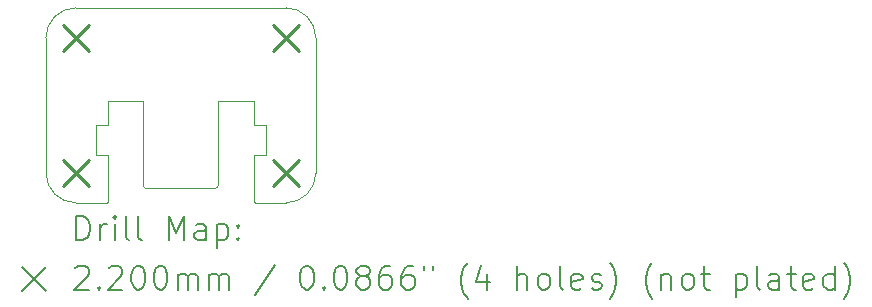
<source format=gbr>
%TF.GenerationSoftware,KiCad,Pcbnew,8.0.3*%
%TF.CreationDate,2025-02-02T16:59:29+13:00*%
%TF.ProjectId,wii-nunchuk-pcb,7769692d-6e75-46e6-9368-756b2d706362,rev?*%
%TF.SameCoordinates,Original*%
%TF.FileFunction,Drillmap*%
%TF.FilePolarity,Positive*%
%FSLAX45Y45*%
G04 Gerber Fmt 4.5, Leading zero omitted, Abs format (unit mm)*
G04 Created by KiCad (PCBNEW 8.0.3) date 2025-02-02 16:59:29*
%MOMM*%
%LPD*%
G01*
G04 APERTURE LIST*
%ADD10C,0.050000*%
%ADD11C,0.200000*%
%ADD12C,0.220000*%
G04 APERTURE END LIST*
D10*
X9006105Y-5831105D02*
X9006105Y-6974105D01*
X9260105Y-7228105D02*
X9387105Y-7228105D01*
X9260105Y-5577105D02*
X9260105Y-5577105D01*
X11038105Y-5577105D02*
X9260105Y-5577105D01*
X11038105Y-5577105D02*
G75*
G02*
X11292115Y-5831105I5J-254005D01*
G01*
X9006105Y-5831105D02*
G75*
G02*
X9260105Y-5577105I254000J0D01*
G01*
X9260105Y-7228105D02*
G75*
G02*
X9006115Y-6974105I5J253995D01*
G01*
X11292105Y-6974105D02*
X11292105Y-5831105D01*
X10911105Y-7228105D02*
X11038105Y-7228105D01*
X11292105Y-6974105D02*
G75*
G02*
X11038105Y-7228105I-253995J-5D01*
G01*
X9431605Y-6570105D02*
X9431605Y-6824105D01*
X9431605Y-6570105D02*
X9531605Y-6570105D01*
X9514105Y-7228105D02*
X9387105Y-7228105D01*
X9531605Y-6370105D02*
X9531605Y-6570105D01*
X9531605Y-6370105D02*
X9831605Y-6370105D01*
X9531605Y-6824105D02*
X9431605Y-6824105D01*
X9531605Y-6824105D02*
X9531605Y-7224105D01*
X9531605Y-7224105D02*
X9514105Y-7228105D01*
X9831605Y-6370105D02*
X9831605Y-7083325D01*
X9854465Y-7106185D02*
X10441205Y-7106185D01*
X10466605Y-6370105D02*
X10466605Y-7080785D01*
X10466605Y-6370105D02*
X10766605Y-6370105D01*
X10766605Y-6370105D02*
X10766605Y-6570105D01*
X10766605Y-6824105D02*
X10766605Y-7224105D01*
X10766605Y-7224105D02*
X10784105Y-7228105D01*
X10784105Y-7228105D02*
X10784105Y-7228105D01*
X10784105Y-7228105D02*
X10784105Y-7228105D01*
X10784105Y-7228105D02*
X10911105Y-7228105D01*
X10866605Y-6570105D02*
X10766605Y-6570105D01*
X10866605Y-6570105D02*
X10866605Y-6824105D01*
X10866605Y-6824105D02*
X10766605Y-6824105D01*
X9854465Y-7106185D02*
G75*
G02*
X9831605Y-7083325I0J22860D01*
G01*
X10466605Y-7080785D02*
G75*
G02*
X10441205Y-7106185I-25400J0D01*
G01*
D11*
D12*
X9150105Y-5721105D02*
X9370105Y-5941105D01*
X9370105Y-5721105D02*
X9150105Y-5941105D01*
X9150105Y-6864105D02*
X9370105Y-7084105D01*
X9370105Y-6864105D02*
X9150105Y-7084105D01*
X10928105Y-5721105D02*
X11148105Y-5941105D01*
X11148105Y-5721105D02*
X10928105Y-5941105D01*
X10928105Y-6864105D02*
X11148105Y-7084105D01*
X11148105Y-6864105D02*
X10928105Y-7084105D01*
D11*
X9264382Y-7542089D02*
X9264382Y-7342089D01*
X9264382Y-7342089D02*
X9312001Y-7342089D01*
X9312001Y-7342089D02*
X9340572Y-7351613D01*
X9340572Y-7351613D02*
X9359620Y-7370660D01*
X9359620Y-7370660D02*
X9369144Y-7389708D01*
X9369144Y-7389708D02*
X9378668Y-7427803D01*
X9378668Y-7427803D02*
X9378668Y-7456375D01*
X9378668Y-7456375D02*
X9369144Y-7494470D01*
X9369144Y-7494470D02*
X9359620Y-7513517D01*
X9359620Y-7513517D02*
X9340572Y-7532565D01*
X9340572Y-7532565D02*
X9312001Y-7542089D01*
X9312001Y-7542089D02*
X9264382Y-7542089D01*
X9464382Y-7542089D02*
X9464382Y-7408755D01*
X9464382Y-7446851D02*
X9473906Y-7427803D01*
X9473906Y-7427803D02*
X9483430Y-7418279D01*
X9483430Y-7418279D02*
X9502477Y-7408755D01*
X9502477Y-7408755D02*
X9521525Y-7408755D01*
X9588191Y-7542089D02*
X9588191Y-7408755D01*
X9588191Y-7342089D02*
X9578668Y-7351613D01*
X9578668Y-7351613D02*
X9588191Y-7361136D01*
X9588191Y-7361136D02*
X9597715Y-7351613D01*
X9597715Y-7351613D02*
X9588191Y-7342089D01*
X9588191Y-7342089D02*
X9588191Y-7361136D01*
X9712001Y-7542089D02*
X9692953Y-7532565D01*
X9692953Y-7532565D02*
X9683430Y-7513517D01*
X9683430Y-7513517D02*
X9683430Y-7342089D01*
X9816763Y-7542089D02*
X9797715Y-7532565D01*
X9797715Y-7532565D02*
X9788191Y-7513517D01*
X9788191Y-7513517D02*
X9788191Y-7342089D01*
X10045334Y-7542089D02*
X10045334Y-7342089D01*
X10045334Y-7342089D02*
X10112001Y-7484946D01*
X10112001Y-7484946D02*
X10178668Y-7342089D01*
X10178668Y-7342089D02*
X10178668Y-7542089D01*
X10359620Y-7542089D02*
X10359620Y-7437327D01*
X10359620Y-7437327D02*
X10350096Y-7418279D01*
X10350096Y-7418279D02*
X10331049Y-7408755D01*
X10331049Y-7408755D02*
X10292953Y-7408755D01*
X10292953Y-7408755D02*
X10273906Y-7418279D01*
X10359620Y-7532565D02*
X10340572Y-7542089D01*
X10340572Y-7542089D02*
X10292953Y-7542089D01*
X10292953Y-7542089D02*
X10273906Y-7532565D01*
X10273906Y-7532565D02*
X10264382Y-7513517D01*
X10264382Y-7513517D02*
X10264382Y-7494470D01*
X10264382Y-7494470D02*
X10273906Y-7475422D01*
X10273906Y-7475422D02*
X10292953Y-7465898D01*
X10292953Y-7465898D02*
X10340572Y-7465898D01*
X10340572Y-7465898D02*
X10359620Y-7456375D01*
X10454858Y-7408755D02*
X10454858Y-7608755D01*
X10454858Y-7418279D02*
X10473906Y-7408755D01*
X10473906Y-7408755D02*
X10512001Y-7408755D01*
X10512001Y-7408755D02*
X10531049Y-7418279D01*
X10531049Y-7418279D02*
X10540572Y-7427803D01*
X10540572Y-7427803D02*
X10550096Y-7446851D01*
X10550096Y-7446851D02*
X10550096Y-7503994D01*
X10550096Y-7503994D02*
X10540572Y-7523041D01*
X10540572Y-7523041D02*
X10531049Y-7532565D01*
X10531049Y-7532565D02*
X10512001Y-7542089D01*
X10512001Y-7542089D02*
X10473906Y-7542089D01*
X10473906Y-7542089D02*
X10454858Y-7532565D01*
X10635811Y-7523041D02*
X10645334Y-7532565D01*
X10645334Y-7532565D02*
X10635811Y-7542089D01*
X10635811Y-7542089D02*
X10626287Y-7532565D01*
X10626287Y-7532565D02*
X10635811Y-7523041D01*
X10635811Y-7523041D02*
X10635811Y-7542089D01*
X10635811Y-7418279D02*
X10645334Y-7427803D01*
X10645334Y-7427803D02*
X10635811Y-7437327D01*
X10635811Y-7437327D02*
X10626287Y-7427803D01*
X10626287Y-7427803D02*
X10635811Y-7418279D01*
X10635811Y-7418279D02*
X10635811Y-7437327D01*
X8803605Y-7770605D02*
X9003605Y-7970605D01*
X9003605Y-7770605D02*
X8803605Y-7970605D01*
X9254858Y-7781136D02*
X9264382Y-7771613D01*
X9264382Y-7771613D02*
X9283430Y-7762089D01*
X9283430Y-7762089D02*
X9331049Y-7762089D01*
X9331049Y-7762089D02*
X9350096Y-7771613D01*
X9350096Y-7771613D02*
X9359620Y-7781136D01*
X9359620Y-7781136D02*
X9369144Y-7800184D01*
X9369144Y-7800184D02*
X9369144Y-7819232D01*
X9369144Y-7819232D02*
X9359620Y-7847803D01*
X9359620Y-7847803D02*
X9245334Y-7962089D01*
X9245334Y-7962089D02*
X9369144Y-7962089D01*
X9454858Y-7943041D02*
X9464382Y-7952565D01*
X9464382Y-7952565D02*
X9454858Y-7962089D01*
X9454858Y-7962089D02*
X9445334Y-7952565D01*
X9445334Y-7952565D02*
X9454858Y-7943041D01*
X9454858Y-7943041D02*
X9454858Y-7962089D01*
X9540572Y-7781136D02*
X9550096Y-7771613D01*
X9550096Y-7771613D02*
X9569144Y-7762089D01*
X9569144Y-7762089D02*
X9616763Y-7762089D01*
X9616763Y-7762089D02*
X9635811Y-7771613D01*
X9635811Y-7771613D02*
X9645334Y-7781136D01*
X9645334Y-7781136D02*
X9654858Y-7800184D01*
X9654858Y-7800184D02*
X9654858Y-7819232D01*
X9654858Y-7819232D02*
X9645334Y-7847803D01*
X9645334Y-7847803D02*
X9531049Y-7962089D01*
X9531049Y-7962089D02*
X9654858Y-7962089D01*
X9778668Y-7762089D02*
X9797715Y-7762089D01*
X9797715Y-7762089D02*
X9816763Y-7771613D01*
X9816763Y-7771613D02*
X9826287Y-7781136D01*
X9826287Y-7781136D02*
X9835811Y-7800184D01*
X9835811Y-7800184D02*
X9845334Y-7838279D01*
X9845334Y-7838279D02*
X9845334Y-7885898D01*
X9845334Y-7885898D02*
X9835811Y-7923994D01*
X9835811Y-7923994D02*
X9826287Y-7943041D01*
X9826287Y-7943041D02*
X9816763Y-7952565D01*
X9816763Y-7952565D02*
X9797715Y-7962089D01*
X9797715Y-7962089D02*
X9778668Y-7962089D01*
X9778668Y-7962089D02*
X9759620Y-7952565D01*
X9759620Y-7952565D02*
X9750096Y-7943041D01*
X9750096Y-7943041D02*
X9740572Y-7923994D01*
X9740572Y-7923994D02*
X9731049Y-7885898D01*
X9731049Y-7885898D02*
X9731049Y-7838279D01*
X9731049Y-7838279D02*
X9740572Y-7800184D01*
X9740572Y-7800184D02*
X9750096Y-7781136D01*
X9750096Y-7781136D02*
X9759620Y-7771613D01*
X9759620Y-7771613D02*
X9778668Y-7762089D01*
X9969144Y-7762089D02*
X9988192Y-7762089D01*
X9988192Y-7762089D02*
X10007239Y-7771613D01*
X10007239Y-7771613D02*
X10016763Y-7781136D01*
X10016763Y-7781136D02*
X10026287Y-7800184D01*
X10026287Y-7800184D02*
X10035811Y-7838279D01*
X10035811Y-7838279D02*
X10035811Y-7885898D01*
X10035811Y-7885898D02*
X10026287Y-7923994D01*
X10026287Y-7923994D02*
X10016763Y-7943041D01*
X10016763Y-7943041D02*
X10007239Y-7952565D01*
X10007239Y-7952565D02*
X9988192Y-7962089D01*
X9988192Y-7962089D02*
X9969144Y-7962089D01*
X9969144Y-7962089D02*
X9950096Y-7952565D01*
X9950096Y-7952565D02*
X9940572Y-7943041D01*
X9940572Y-7943041D02*
X9931049Y-7923994D01*
X9931049Y-7923994D02*
X9921525Y-7885898D01*
X9921525Y-7885898D02*
X9921525Y-7838279D01*
X9921525Y-7838279D02*
X9931049Y-7800184D01*
X9931049Y-7800184D02*
X9940572Y-7781136D01*
X9940572Y-7781136D02*
X9950096Y-7771613D01*
X9950096Y-7771613D02*
X9969144Y-7762089D01*
X10121525Y-7962089D02*
X10121525Y-7828755D01*
X10121525Y-7847803D02*
X10131049Y-7838279D01*
X10131049Y-7838279D02*
X10150096Y-7828755D01*
X10150096Y-7828755D02*
X10178668Y-7828755D01*
X10178668Y-7828755D02*
X10197715Y-7838279D01*
X10197715Y-7838279D02*
X10207239Y-7857327D01*
X10207239Y-7857327D02*
X10207239Y-7962089D01*
X10207239Y-7857327D02*
X10216763Y-7838279D01*
X10216763Y-7838279D02*
X10235811Y-7828755D01*
X10235811Y-7828755D02*
X10264382Y-7828755D01*
X10264382Y-7828755D02*
X10283430Y-7838279D01*
X10283430Y-7838279D02*
X10292953Y-7857327D01*
X10292953Y-7857327D02*
X10292953Y-7962089D01*
X10388192Y-7962089D02*
X10388192Y-7828755D01*
X10388192Y-7847803D02*
X10397715Y-7838279D01*
X10397715Y-7838279D02*
X10416763Y-7828755D01*
X10416763Y-7828755D02*
X10445334Y-7828755D01*
X10445334Y-7828755D02*
X10464382Y-7838279D01*
X10464382Y-7838279D02*
X10473906Y-7857327D01*
X10473906Y-7857327D02*
X10473906Y-7962089D01*
X10473906Y-7857327D02*
X10483430Y-7838279D01*
X10483430Y-7838279D02*
X10502477Y-7828755D01*
X10502477Y-7828755D02*
X10531049Y-7828755D01*
X10531049Y-7828755D02*
X10550096Y-7838279D01*
X10550096Y-7838279D02*
X10559620Y-7857327D01*
X10559620Y-7857327D02*
X10559620Y-7962089D01*
X10950096Y-7752565D02*
X10778668Y-8009708D01*
X11207239Y-7762089D02*
X11226287Y-7762089D01*
X11226287Y-7762089D02*
X11245334Y-7771613D01*
X11245334Y-7771613D02*
X11254858Y-7781136D01*
X11254858Y-7781136D02*
X11264382Y-7800184D01*
X11264382Y-7800184D02*
X11273906Y-7838279D01*
X11273906Y-7838279D02*
X11273906Y-7885898D01*
X11273906Y-7885898D02*
X11264382Y-7923994D01*
X11264382Y-7923994D02*
X11254858Y-7943041D01*
X11254858Y-7943041D02*
X11245334Y-7952565D01*
X11245334Y-7952565D02*
X11226287Y-7962089D01*
X11226287Y-7962089D02*
X11207239Y-7962089D01*
X11207239Y-7962089D02*
X11188192Y-7952565D01*
X11188192Y-7952565D02*
X11178668Y-7943041D01*
X11178668Y-7943041D02*
X11169144Y-7923994D01*
X11169144Y-7923994D02*
X11159620Y-7885898D01*
X11159620Y-7885898D02*
X11159620Y-7838279D01*
X11159620Y-7838279D02*
X11169144Y-7800184D01*
X11169144Y-7800184D02*
X11178668Y-7781136D01*
X11178668Y-7781136D02*
X11188192Y-7771613D01*
X11188192Y-7771613D02*
X11207239Y-7762089D01*
X11359620Y-7943041D02*
X11369144Y-7952565D01*
X11369144Y-7952565D02*
X11359620Y-7962089D01*
X11359620Y-7962089D02*
X11350096Y-7952565D01*
X11350096Y-7952565D02*
X11359620Y-7943041D01*
X11359620Y-7943041D02*
X11359620Y-7962089D01*
X11492953Y-7762089D02*
X11512001Y-7762089D01*
X11512001Y-7762089D02*
X11531049Y-7771613D01*
X11531049Y-7771613D02*
X11540573Y-7781136D01*
X11540573Y-7781136D02*
X11550096Y-7800184D01*
X11550096Y-7800184D02*
X11559620Y-7838279D01*
X11559620Y-7838279D02*
X11559620Y-7885898D01*
X11559620Y-7885898D02*
X11550096Y-7923994D01*
X11550096Y-7923994D02*
X11540573Y-7943041D01*
X11540573Y-7943041D02*
X11531049Y-7952565D01*
X11531049Y-7952565D02*
X11512001Y-7962089D01*
X11512001Y-7962089D02*
X11492953Y-7962089D01*
X11492953Y-7962089D02*
X11473906Y-7952565D01*
X11473906Y-7952565D02*
X11464382Y-7943041D01*
X11464382Y-7943041D02*
X11454858Y-7923994D01*
X11454858Y-7923994D02*
X11445334Y-7885898D01*
X11445334Y-7885898D02*
X11445334Y-7838279D01*
X11445334Y-7838279D02*
X11454858Y-7800184D01*
X11454858Y-7800184D02*
X11464382Y-7781136D01*
X11464382Y-7781136D02*
X11473906Y-7771613D01*
X11473906Y-7771613D02*
X11492953Y-7762089D01*
X11673906Y-7847803D02*
X11654858Y-7838279D01*
X11654858Y-7838279D02*
X11645334Y-7828755D01*
X11645334Y-7828755D02*
X11635811Y-7809708D01*
X11635811Y-7809708D02*
X11635811Y-7800184D01*
X11635811Y-7800184D02*
X11645334Y-7781136D01*
X11645334Y-7781136D02*
X11654858Y-7771613D01*
X11654858Y-7771613D02*
X11673906Y-7762089D01*
X11673906Y-7762089D02*
X11712001Y-7762089D01*
X11712001Y-7762089D02*
X11731049Y-7771613D01*
X11731049Y-7771613D02*
X11740573Y-7781136D01*
X11740573Y-7781136D02*
X11750096Y-7800184D01*
X11750096Y-7800184D02*
X11750096Y-7809708D01*
X11750096Y-7809708D02*
X11740573Y-7828755D01*
X11740573Y-7828755D02*
X11731049Y-7838279D01*
X11731049Y-7838279D02*
X11712001Y-7847803D01*
X11712001Y-7847803D02*
X11673906Y-7847803D01*
X11673906Y-7847803D02*
X11654858Y-7857327D01*
X11654858Y-7857327D02*
X11645334Y-7866851D01*
X11645334Y-7866851D02*
X11635811Y-7885898D01*
X11635811Y-7885898D02*
X11635811Y-7923994D01*
X11635811Y-7923994D02*
X11645334Y-7943041D01*
X11645334Y-7943041D02*
X11654858Y-7952565D01*
X11654858Y-7952565D02*
X11673906Y-7962089D01*
X11673906Y-7962089D02*
X11712001Y-7962089D01*
X11712001Y-7962089D02*
X11731049Y-7952565D01*
X11731049Y-7952565D02*
X11740573Y-7943041D01*
X11740573Y-7943041D02*
X11750096Y-7923994D01*
X11750096Y-7923994D02*
X11750096Y-7885898D01*
X11750096Y-7885898D02*
X11740573Y-7866851D01*
X11740573Y-7866851D02*
X11731049Y-7857327D01*
X11731049Y-7857327D02*
X11712001Y-7847803D01*
X11921525Y-7762089D02*
X11883430Y-7762089D01*
X11883430Y-7762089D02*
X11864382Y-7771613D01*
X11864382Y-7771613D02*
X11854858Y-7781136D01*
X11854858Y-7781136D02*
X11835811Y-7809708D01*
X11835811Y-7809708D02*
X11826287Y-7847803D01*
X11826287Y-7847803D02*
X11826287Y-7923994D01*
X11826287Y-7923994D02*
X11835811Y-7943041D01*
X11835811Y-7943041D02*
X11845334Y-7952565D01*
X11845334Y-7952565D02*
X11864382Y-7962089D01*
X11864382Y-7962089D02*
X11902477Y-7962089D01*
X11902477Y-7962089D02*
X11921525Y-7952565D01*
X11921525Y-7952565D02*
X11931049Y-7943041D01*
X11931049Y-7943041D02*
X11940573Y-7923994D01*
X11940573Y-7923994D02*
X11940573Y-7876375D01*
X11940573Y-7876375D02*
X11931049Y-7857327D01*
X11931049Y-7857327D02*
X11921525Y-7847803D01*
X11921525Y-7847803D02*
X11902477Y-7838279D01*
X11902477Y-7838279D02*
X11864382Y-7838279D01*
X11864382Y-7838279D02*
X11845334Y-7847803D01*
X11845334Y-7847803D02*
X11835811Y-7857327D01*
X11835811Y-7857327D02*
X11826287Y-7876375D01*
X12112001Y-7762089D02*
X12073906Y-7762089D01*
X12073906Y-7762089D02*
X12054858Y-7771613D01*
X12054858Y-7771613D02*
X12045334Y-7781136D01*
X12045334Y-7781136D02*
X12026287Y-7809708D01*
X12026287Y-7809708D02*
X12016763Y-7847803D01*
X12016763Y-7847803D02*
X12016763Y-7923994D01*
X12016763Y-7923994D02*
X12026287Y-7943041D01*
X12026287Y-7943041D02*
X12035811Y-7952565D01*
X12035811Y-7952565D02*
X12054858Y-7962089D01*
X12054858Y-7962089D02*
X12092954Y-7962089D01*
X12092954Y-7962089D02*
X12112001Y-7952565D01*
X12112001Y-7952565D02*
X12121525Y-7943041D01*
X12121525Y-7943041D02*
X12131049Y-7923994D01*
X12131049Y-7923994D02*
X12131049Y-7876375D01*
X12131049Y-7876375D02*
X12121525Y-7857327D01*
X12121525Y-7857327D02*
X12112001Y-7847803D01*
X12112001Y-7847803D02*
X12092954Y-7838279D01*
X12092954Y-7838279D02*
X12054858Y-7838279D01*
X12054858Y-7838279D02*
X12035811Y-7847803D01*
X12035811Y-7847803D02*
X12026287Y-7857327D01*
X12026287Y-7857327D02*
X12016763Y-7876375D01*
X12207239Y-7762089D02*
X12207239Y-7800184D01*
X12283430Y-7762089D02*
X12283430Y-7800184D01*
X12578668Y-8038279D02*
X12569144Y-8028755D01*
X12569144Y-8028755D02*
X12550096Y-8000184D01*
X12550096Y-8000184D02*
X12540573Y-7981136D01*
X12540573Y-7981136D02*
X12531049Y-7952565D01*
X12531049Y-7952565D02*
X12521525Y-7904946D01*
X12521525Y-7904946D02*
X12521525Y-7866851D01*
X12521525Y-7866851D02*
X12531049Y-7819232D01*
X12531049Y-7819232D02*
X12540573Y-7790660D01*
X12540573Y-7790660D02*
X12550096Y-7771613D01*
X12550096Y-7771613D02*
X12569144Y-7743041D01*
X12569144Y-7743041D02*
X12578668Y-7733517D01*
X12740573Y-7828755D02*
X12740573Y-7962089D01*
X12692954Y-7752565D02*
X12645335Y-7895422D01*
X12645335Y-7895422D02*
X12769144Y-7895422D01*
X12997716Y-7962089D02*
X12997716Y-7762089D01*
X13083430Y-7962089D02*
X13083430Y-7857327D01*
X13083430Y-7857327D02*
X13073906Y-7838279D01*
X13073906Y-7838279D02*
X13054858Y-7828755D01*
X13054858Y-7828755D02*
X13026287Y-7828755D01*
X13026287Y-7828755D02*
X13007239Y-7838279D01*
X13007239Y-7838279D02*
X12997716Y-7847803D01*
X13207239Y-7962089D02*
X13188192Y-7952565D01*
X13188192Y-7952565D02*
X13178668Y-7943041D01*
X13178668Y-7943041D02*
X13169144Y-7923994D01*
X13169144Y-7923994D02*
X13169144Y-7866851D01*
X13169144Y-7866851D02*
X13178668Y-7847803D01*
X13178668Y-7847803D02*
X13188192Y-7838279D01*
X13188192Y-7838279D02*
X13207239Y-7828755D01*
X13207239Y-7828755D02*
X13235811Y-7828755D01*
X13235811Y-7828755D02*
X13254858Y-7838279D01*
X13254858Y-7838279D02*
X13264382Y-7847803D01*
X13264382Y-7847803D02*
X13273906Y-7866851D01*
X13273906Y-7866851D02*
X13273906Y-7923994D01*
X13273906Y-7923994D02*
X13264382Y-7943041D01*
X13264382Y-7943041D02*
X13254858Y-7952565D01*
X13254858Y-7952565D02*
X13235811Y-7962089D01*
X13235811Y-7962089D02*
X13207239Y-7962089D01*
X13388192Y-7962089D02*
X13369144Y-7952565D01*
X13369144Y-7952565D02*
X13359620Y-7933517D01*
X13359620Y-7933517D02*
X13359620Y-7762089D01*
X13540573Y-7952565D02*
X13521525Y-7962089D01*
X13521525Y-7962089D02*
X13483430Y-7962089D01*
X13483430Y-7962089D02*
X13464382Y-7952565D01*
X13464382Y-7952565D02*
X13454858Y-7933517D01*
X13454858Y-7933517D02*
X13454858Y-7857327D01*
X13454858Y-7857327D02*
X13464382Y-7838279D01*
X13464382Y-7838279D02*
X13483430Y-7828755D01*
X13483430Y-7828755D02*
X13521525Y-7828755D01*
X13521525Y-7828755D02*
X13540573Y-7838279D01*
X13540573Y-7838279D02*
X13550097Y-7857327D01*
X13550097Y-7857327D02*
X13550097Y-7876375D01*
X13550097Y-7876375D02*
X13454858Y-7895422D01*
X13626287Y-7952565D02*
X13645335Y-7962089D01*
X13645335Y-7962089D02*
X13683430Y-7962089D01*
X13683430Y-7962089D02*
X13702478Y-7952565D01*
X13702478Y-7952565D02*
X13712001Y-7933517D01*
X13712001Y-7933517D02*
X13712001Y-7923994D01*
X13712001Y-7923994D02*
X13702478Y-7904946D01*
X13702478Y-7904946D02*
X13683430Y-7895422D01*
X13683430Y-7895422D02*
X13654858Y-7895422D01*
X13654858Y-7895422D02*
X13635811Y-7885898D01*
X13635811Y-7885898D02*
X13626287Y-7866851D01*
X13626287Y-7866851D02*
X13626287Y-7857327D01*
X13626287Y-7857327D02*
X13635811Y-7838279D01*
X13635811Y-7838279D02*
X13654858Y-7828755D01*
X13654858Y-7828755D02*
X13683430Y-7828755D01*
X13683430Y-7828755D02*
X13702478Y-7838279D01*
X13778668Y-8038279D02*
X13788192Y-8028755D01*
X13788192Y-8028755D02*
X13807239Y-8000184D01*
X13807239Y-8000184D02*
X13816763Y-7981136D01*
X13816763Y-7981136D02*
X13826287Y-7952565D01*
X13826287Y-7952565D02*
X13835811Y-7904946D01*
X13835811Y-7904946D02*
X13835811Y-7866851D01*
X13835811Y-7866851D02*
X13826287Y-7819232D01*
X13826287Y-7819232D02*
X13816763Y-7790660D01*
X13816763Y-7790660D02*
X13807239Y-7771613D01*
X13807239Y-7771613D02*
X13788192Y-7743041D01*
X13788192Y-7743041D02*
X13778668Y-7733517D01*
X14140573Y-8038279D02*
X14131049Y-8028755D01*
X14131049Y-8028755D02*
X14112001Y-8000184D01*
X14112001Y-8000184D02*
X14102478Y-7981136D01*
X14102478Y-7981136D02*
X14092954Y-7952565D01*
X14092954Y-7952565D02*
X14083430Y-7904946D01*
X14083430Y-7904946D02*
X14083430Y-7866851D01*
X14083430Y-7866851D02*
X14092954Y-7819232D01*
X14092954Y-7819232D02*
X14102478Y-7790660D01*
X14102478Y-7790660D02*
X14112001Y-7771613D01*
X14112001Y-7771613D02*
X14131049Y-7743041D01*
X14131049Y-7743041D02*
X14140573Y-7733517D01*
X14216763Y-7828755D02*
X14216763Y-7962089D01*
X14216763Y-7847803D02*
X14226287Y-7838279D01*
X14226287Y-7838279D02*
X14245335Y-7828755D01*
X14245335Y-7828755D02*
X14273906Y-7828755D01*
X14273906Y-7828755D02*
X14292954Y-7838279D01*
X14292954Y-7838279D02*
X14302478Y-7857327D01*
X14302478Y-7857327D02*
X14302478Y-7962089D01*
X14426287Y-7962089D02*
X14407239Y-7952565D01*
X14407239Y-7952565D02*
X14397716Y-7943041D01*
X14397716Y-7943041D02*
X14388192Y-7923994D01*
X14388192Y-7923994D02*
X14388192Y-7866851D01*
X14388192Y-7866851D02*
X14397716Y-7847803D01*
X14397716Y-7847803D02*
X14407239Y-7838279D01*
X14407239Y-7838279D02*
X14426287Y-7828755D01*
X14426287Y-7828755D02*
X14454859Y-7828755D01*
X14454859Y-7828755D02*
X14473906Y-7838279D01*
X14473906Y-7838279D02*
X14483430Y-7847803D01*
X14483430Y-7847803D02*
X14492954Y-7866851D01*
X14492954Y-7866851D02*
X14492954Y-7923994D01*
X14492954Y-7923994D02*
X14483430Y-7943041D01*
X14483430Y-7943041D02*
X14473906Y-7952565D01*
X14473906Y-7952565D02*
X14454859Y-7962089D01*
X14454859Y-7962089D02*
X14426287Y-7962089D01*
X14550097Y-7828755D02*
X14626287Y-7828755D01*
X14578668Y-7762089D02*
X14578668Y-7933517D01*
X14578668Y-7933517D02*
X14588192Y-7952565D01*
X14588192Y-7952565D02*
X14607239Y-7962089D01*
X14607239Y-7962089D02*
X14626287Y-7962089D01*
X14845335Y-7828755D02*
X14845335Y-8028755D01*
X14845335Y-7838279D02*
X14864382Y-7828755D01*
X14864382Y-7828755D02*
X14902478Y-7828755D01*
X14902478Y-7828755D02*
X14921525Y-7838279D01*
X14921525Y-7838279D02*
X14931049Y-7847803D01*
X14931049Y-7847803D02*
X14940573Y-7866851D01*
X14940573Y-7866851D02*
X14940573Y-7923994D01*
X14940573Y-7923994D02*
X14931049Y-7943041D01*
X14931049Y-7943041D02*
X14921525Y-7952565D01*
X14921525Y-7952565D02*
X14902478Y-7962089D01*
X14902478Y-7962089D02*
X14864382Y-7962089D01*
X14864382Y-7962089D02*
X14845335Y-7952565D01*
X15054859Y-7962089D02*
X15035811Y-7952565D01*
X15035811Y-7952565D02*
X15026287Y-7933517D01*
X15026287Y-7933517D02*
X15026287Y-7762089D01*
X15216763Y-7962089D02*
X15216763Y-7857327D01*
X15216763Y-7857327D02*
X15207240Y-7838279D01*
X15207240Y-7838279D02*
X15188192Y-7828755D01*
X15188192Y-7828755D02*
X15150097Y-7828755D01*
X15150097Y-7828755D02*
X15131049Y-7838279D01*
X15216763Y-7952565D02*
X15197716Y-7962089D01*
X15197716Y-7962089D02*
X15150097Y-7962089D01*
X15150097Y-7962089D02*
X15131049Y-7952565D01*
X15131049Y-7952565D02*
X15121525Y-7933517D01*
X15121525Y-7933517D02*
X15121525Y-7914470D01*
X15121525Y-7914470D02*
X15131049Y-7895422D01*
X15131049Y-7895422D02*
X15150097Y-7885898D01*
X15150097Y-7885898D02*
X15197716Y-7885898D01*
X15197716Y-7885898D02*
X15216763Y-7876375D01*
X15283430Y-7828755D02*
X15359620Y-7828755D01*
X15312001Y-7762089D02*
X15312001Y-7933517D01*
X15312001Y-7933517D02*
X15321525Y-7952565D01*
X15321525Y-7952565D02*
X15340573Y-7962089D01*
X15340573Y-7962089D02*
X15359620Y-7962089D01*
X15502478Y-7952565D02*
X15483430Y-7962089D01*
X15483430Y-7962089D02*
X15445335Y-7962089D01*
X15445335Y-7962089D02*
X15426287Y-7952565D01*
X15426287Y-7952565D02*
X15416763Y-7933517D01*
X15416763Y-7933517D02*
X15416763Y-7857327D01*
X15416763Y-7857327D02*
X15426287Y-7838279D01*
X15426287Y-7838279D02*
X15445335Y-7828755D01*
X15445335Y-7828755D02*
X15483430Y-7828755D01*
X15483430Y-7828755D02*
X15502478Y-7838279D01*
X15502478Y-7838279D02*
X15512001Y-7857327D01*
X15512001Y-7857327D02*
X15512001Y-7876375D01*
X15512001Y-7876375D02*
X15416763Y-7895422D01*
X15683430Y-7962089D02*
X15683430Y-7762089D01*
X15683430Y-7952565D02*
X15664382Y-7962089D01*
X15664382Y-7962089D02*
X15626287Y-7962089D01*
X15626287Y-7962089D02*
X15607240Y-7952565D01*
X15607240Y-7952565D02*
X15597716Y-7943041D01*
X15597716Y-7943041D02*
X15588192Y-7923994D01*
X15588192Y-7923994D02*
X15588192Y-7866851D01*
X15588192Y-7866851D02*
X15597716Y-7847803D01*
X15597716Y-7847803D02*
X15607240Y-7838279D01*
X15607240Y-7838279D02*
X15626287Y-7828755D01*
X15626287Y-7828755D02*
X15664382Y-7828755D01*
X15664382Y-7828755D02*
X15683430Y-7838279D01*
X15759621Y-8038279D02*
X15769144Y-8028755D01*
X15769144Y-8028755D02*
X15788192Y-8000184D01*
X15788192Y-8000184D02*
X15797716Y-7981136D01*
X15797716Y-7981136D02*
X15807240Y-7952565D01*
X15807240Y-7952565D02*
X15816763Y-7904946D01*
X15816763Y-7904946D02*
X15816763Y-7866851D01*
X15816763Y-7866851D02*
X15807240Y-7819232D01*
X15807240Y-7819232D02*
X15797716Y-7790660D01*
X15797716Y-7790660D02*
X15788192Y-7771613D01*
X15788192Y-7771613D02*
X15769144Y-7743041D01*
X15769144Y-7743041D02*
X15759621Y-7733517D01*
M02*

</source>
